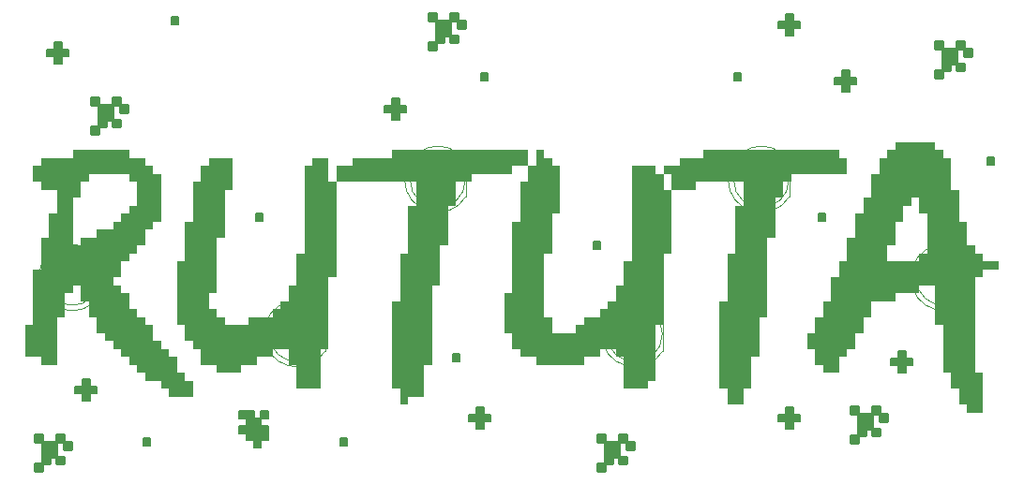
<source format=gbr>
%TF.GenerationSoftware,KiCad,Pcbnew,(6.0.1)*%
%TF.CreationDate,2022-02-03T11:52:21+01:00*%
%TF.ProjectId,ruetueta-pcb,72756574-7565-4746-912d-7063622e6b69,rev?*%
%TF.SameCoordinates,Original*%
%TF.FileFunction,Legend,Top*%
%TF.FilePolarity,Positive*%
%FSLAX46Y46*%
G04 Gerber Fmt 4.6, Leading zero omitted, Abs format (unit mm)*
G04 Created by KiCad (PCBNEW (6.0.1)) date 2022-02-03 11:52:21*
%MOMM*%
%LPD*%
G01*
G04 APERTURE LIST*
%ADD10C,0.150000*%
%ADD11C,0.264582*%
%ADD12C,0.120000*%
%ADD13C,0.132291*%
G04 APERTURE END LIST*
D10*
%TO.C,D2*%
X213891904Y-62832380D02*
X213891904Y-61832380D01*
X214130000Y-61832380D01*
X214272857Y-61880000D01*
X214368095Y-61975238D01*
X214415714Y-62070476D01*
X214463333Y-62260952D01*
X214463333Y-62403809D01*
X214415714Y-62594285D01*
X214368095Y-62689523D01*
X214272857Y-62784761D01*
X214130000Y-62832380D01*
X213891904Y-62832380D01*
X214844285Y-61927619D02*
X214891904Y-61880000D01*
X214987142Y-61832380D01*
X215225238Y-61832380D01*
X215320476Y-61880000D01*
X215368095Y-61927619D01*
X215415714Y-62022857D01*
X215415714Y-62118095D01*
X215368095Y-62260952D01*
X214796666Y-62832380D01*
X215415714Y-62832380D01*
%TO.C,REF\u002A\u002A*%
G36*
X234544681Y-49719149D02*
G01*
X234544681Y-47557447D01*
X235265249Y-47557447D01*
X235265249Y-46116313D01*
X235985816Y-46116313D01*
X235985816Y-43954610D01*
X236706383Y-43954610D01*
X236706383Y-42513476D01*
X237426951Y-42513476D01*
X237426951Y-41792908D01*
X238147518Y-41792908D01*
X238147518Y-41072341D01*
X241750355Y-41072341D01*
X241750355Y-41792908D01*
X242470922Y-41792908D01*
X242470922Y-42513476D01*
X243191490Y-42513476D01*
X243191490Y-45395745D01*
X243912057Y-45395745D01*
X243912057Y-48278015D01*
X244632625Y-48278015D01*
X244632625Y-50439717D01*
X245353192Y-50439717D01*
X245353192Y-51160284D01*
X246073759Y-51160284D01*
X246073759Y-51880852D01*
X247514894Y-51880852D01*
X247514894Y-52601419D01*
X246073759Y-52601419D01*
X246073759Y-53321986D01*
X245353192Y-53321986D01*
X245353192Y-61968795D01*
X246073759Y-61968795D01*
X246073759Y-65571632D01*
X244632625Y-65571632D01*
X244632625Y-64851064D01*
X243912057Y-64851064D01*
X243912057Y-63409930D01*
X243191490Y-63409930D01*
X243191490Y-61968795D01*
X242470922Y-61968795D01*
X242470922Y-57645391D01*
X241750355Y-57645391D01*
X241750355Y-54042554D01*
X240309220Y-54042554D01*
X240309220Y-54763121D01*
X238147518Y-54763121D01*
X238147518Y-55483688D01*
X235985816Y-55483688D01*
X235985816Y-56924823D01*
X235265249Y-56924823D01*
X235265249Y-58365958D01*
X234544681Y-58365958D01*
X234544681Y-59807093D01*
X233824114Y-59807093D01*
X233824114Y-60527660D01*
X233103547Y-60527660D01*
X233103547Y-61968795D01*
X231662412Y-61968795D01*
X231662412Y-61248227D01*
X230941844Y-61248227D01*
X230941844Y-59807093D01*
X230221277Y-59807093D01*
X230221277Y-58365958D01*
X230941844Y-58365958D01*
X230941844Y-56924823D01*
X231662412Y-56924823D01*
X231662412Y-55483688D01*
X232382979Y-55483688D01*
X232382979Y-53321986D01*
X233103547Y-53321986D01*
X233103547Y-51880852D01*
X233824114Y-51880852D01*
X237426951Y-51880852D01*
X240309220Y-51880852D01*
X240309220Y-51160284D01*
X241029788Y-51160284D01*
X241029788Y-47557447D01*
X240309220Y-47557447D01*
X240309220Y-46116313D01*
X239588653Y-46116313D01*
X239588653Y-46836880D01*
X238868086Y-46836880D01*
X238868086Y-48278015D01*
X238147518Y-48278015D01*
X238147518Y-50439717D01*
X237426951Y-50439717D01*
X237426951Y-51880852D01*
X233824114Y-51880852D01*
X233824114Y-49719149D01*
X234544681Y-49719149D01*
G37*
G36*
X205001419Y-43234043D02*
G01*
X203560284Y-43234043D01*
X203560284Y-43954610D01*
X199957447Y-43954610D01*
X199957447Y-44675178D01*
X198516313Y-44675178D01*
X198516313Y-46836880D01*
X197795745Y-46836880D01*
X197795745Y-50439717D01*
X197075178Y-50439717D01*
X197075178Y-54042554D01*
X196354610Y-54042554D01*
X196354610Y-61248227D01*
X195634043Y-61248227D01*
X195634043Y-64130497D01*
X194192908Y-64130497D01*
X194192908Y-64851064D01*
X193472341Y-64851064D01*
X193472341Y-63409930D01*
X192751774Y-63409930D01*
X192751774Y-55483688D01*
X193472341Y-55483688D01*
X193472341Y-51160284D01*
X194192908Y-51160284D01*
X194192908Y-46836880D01*
X194913476Y-46836880D01*
X194913476Y-44675178D01*
X187707802Y-44675178D01*
X187707802Y-43234043D01*
X189148937Y-43234043D01*
X189148937Y-42513476D01*
X192751774Y-42513476D01*
X192751774Y-41792908D01*
X205001419Y-41792908D01*
X205001419Y-43234043D01*
G37*
G36*
X178340426Y-45395745D02*
G01*
X177619859Y-45395745D01*
X177619859Y-49719149D01*
X176899291Y-49719149D01*
X176899291Y-54763121D01*
X176178724Y-54763121D01*
X176178724Y-56204256D01*
X176899291Y-56204256D01*
X176899291Y-56924823D01*
X177619859Y-56924823D01*
X177619859Y-57645391D01*
X179781561Y-57645391D01*
X179781561Y-56924823D01*
X181943263Y-56924823D01*
X181943263Y-56204256D01*
X182663830Y-56204256D01*
X182663830Y-55483688D01*
X183384398Y-55483688D01*
X183384398Y-54042554D01*
X184104965Y-54042554D01*
X184104965Y-51160284D01*
X184825532Y-51160284D01*
X184825532Y-43234043D01*
X185546100Y-43234043D01*
X185546100Y-42513476D01*
X186987235Y-42513476D01*
X186987235Y-44675178D01*
X187707802Y-44675178D01*
X187707802Y-53321986D01*
X186987235Y-53321986D01*
X186987235Y-59807093D01*
X186266667Y-59807093D01*
X186266667Y-63409930D01*
X184104965Y-63409930D01*
X184104965Y-61248227D01*
X183384398Y-61248227D01*
X183384398Y-59807093D01*
X181943263Y-59807093D01*
X181943263Y-60527660D01*
X180502128Y-60527660D01*
X180502128Y-61248227D01*
X179060993Y-61248227D01*
X179060993Y-61968795D01*
X176899291Y-61968795D01*
X176899291Y-61248227D01*
X175458157Y-61248227D01*
X175458157Y-59807093D01*
X174737589Y-59807093D01*
X174737589Y-59086525D01*
X174017022Y-59086525D01*
X174017022Y-57645391D01*
X173296454Y-57645391D01*
X173296454Y-51880852D01*
X174017022Y-51880852D01*
X174017022Y-48278015D01*
X174737589Y-48278015D01*
X174737589Y-44675178D01*
X175458157Y-44675178D01*
X175458157Y-43234043D01*
X176178724Y-43234043D01*
X176178724Y-42513476D01*
X178340426Y-42513476D01*
X178340426Y-45395745D01*
G37*
G36*
X161767376Y-49719149D02*
G01*
X161767376Y-47557447D01*
X162487944Y-47557447D01*
X162487944Y-45395745D01*
X161046809Y-45395745D01*
X161046809Y-44675178D01*
X160326242Y-44675178D01*
X160326242Y-43234043D01*
X161046809Y-43234043D01*
X161046809Y-42513476D01*
X163929079Y-42513476D01*
X163929079Y-41792908D01*
X168973050Y-41792908D01*
X168973050Y-42513476D01*
X170414185Y-42513476D01*
X170414185Y-43234043D01*
X171134752Y-43234043D01*
X171134752Y-43954610D01*
X171855320Y-43954610D01*
X171855320Y-48278015D01*
X171134752Y-48278015D01*
X171134752Y-48998582D01*
X170414185Y-48998582D01*
X170414185Y-50439717D01*
X169693618Y-50439717D01*
X169693618Y-51160284D01*
X168973050Y-51160284D01*
X168973050Y-51880852D01*
X168252483Y-51880852D01*
X168252483Y-53321986D01*
X167531915Y-53321986D01*
X167531915Y-54042554D01*
X168252483Y-54042554D01*
X168252483Y-54763121D01*
X168973050Y-54763121D01*
X168973050Y-56204256D01*
X169693618Y-56204256D01*
X169693618Y-56924823D01*
X170414185Y-56924823D01*
X170414185Y-57645391D01*
X171134752Y-57645391D01*
X171134752Y-59086525D01*
X171855320Y-59086525D01*
X171855320Y-59807093D01*
X172575887Y-59807093D01*
X172575887Y-60527660D01*
X173296454Y-60527660D01*
X173296454Y-61968795D01*
X174017022Y-61968795D01*
X174017022Y-62689362D01*
X174737589Y-62689362D01*
X174737589Y-64130497D01*
X172575887Y-64130497D01*
X172575887Y-63409930D01*
X171855320Y-63409930D01*
X171855320Y-62689362D01*
X170414185Y-62689362D01*
X170414185Y-61968795D01*
X169693618Y-61968795D01*
X169693618Y-61248227D01*
X168973050Y-61248227D01*
X168973050Y-60527660D01*
X168252483Y-60527660D01*
X168252483Y-59807093D01*
X167531915Y-59807093D01*
X167531915Y-59086525D01*
X166811348Y-59086525D01*
X166811348Y-58365958D01*
X166090781Y-58365958D01*
X166090781Y-56924823D01*
X165370213Y-56924823D01*
X165370213Y-55483688D01*
X164649646Y-55483688D01*
X164649646Y-54042554D01*
X163929079Y-54042554D01*
X163929079Y-54763121D01*
X163208511Y-54763121D01*
X163208511Y-56924823D01*
X162487944Y-56924823D01*
X162487944Y-61248227D01*
X161046809Y-61248227D01*
X161046809Y-60527660D01*
X159605674Y-60527660D01*
X159605674Y-57645391D01*
X160326242Y-57645391D01*
X160326242Y-52601419D01*
X161046809Y-52601419D01*
X161046809Y-50439717D01*
X163929079Y-50439717D01*
X164649646Y-50439717D01*
X164649646Y-49719149D01*
X166090781Y-49719149D01*
X166090781Y-48998582D01*
X167531915Y-48998582D01*
X167531915Y-48278015D01*
X168252483Y-48278015D01*
X168252483Y-47557447D01*
X168973050Y-47557447D01*
X168973050Y-46836880D01*
X169693618Y-46836880D01*
X169693618Y-44675178D01*
X168973050Y-44675178D01*
X168973050Y-43954610D01*
X165370213Y-43954610D01*
X165370213Y-44675178D01*
X164649646Y-44675178D01*
X164649646Y-46116313D01*
X163929079Y-46116313D01*
X163929079Y-50439717D01*
X161046809Y-50439717D01*
X161046809Y-49719149D01*
X161767376Y-49719149D01*
G37*
G36*
X216530497Y-43234043D02*
G01*
X216530497Y-43954610D01*
X217251064Y-43954610D01*
X217251064Y-43234043D01*
X218692199Y-43234043D01*
X218692199Y-42513476D01*
X220853901Y-42513476D01*
X220853901Y-41792908D01*
X233103547Y-41792908D01*
X233103547Y-42513476D01*
X233824114Y-42513476D01*
X233824114Y-43954610D01*
X228780142Y-43954610D01*
X228780142Y-44675178D01*
X228059575Y-44675178D01*
X228059575Y-46116313D01*
X227339008Y-46116313D01*
X227339008Y-49719149D01*
X226618440Y-49719149D01*
X226618440Y-56924823D01*
X225897873Y-56924823D01*
X225897873Y-60527660D01*
X225177305Y-60527660D01*
X225177305Y-63409930D01*
X224456738Y-63409930D01*
X224456738Y-64851064D01*
X223015603Y-64851064D01*
X223015603Y-63409930D01*
X222295036Y-63409930D01*
X222295036Y-55483688D01*
X223015603Y-55483688D01*
X223015603Y-51160284D01*
X223736171Y-51160284D01*
X223736171Y-46836880D01*
X224456738Y-46836880D01*
X224456738Y-44675178D01*
X220133334Y-44675178D01*
X220133334Y-45395745D01*
X217971632Y-45395745D01*
X217971632Y-51160284D01*
X217251064Y-51160284D01*
X217251064Y-57645391D01*
X216530497Y-57645391D01*
X216530497Y-62689362D01*
X215809930Y-62689362D01*
X215809930Y-63409930D01*
X213648227Y-63409930D01*
X213648227Y-60527660D01*
X212927660Y-60527660D01*
X212927660Y-59807093D01*
X211486525Y-59807093D01*
X211486525Y-60527660D01*
X210045391Y-60527660D01*
X210045391Y-61248227D01*
X205721986Y-61248227D01*
X205721986Y-60527660D01*
X204280852Y-60527660D01*
X204280852Y-59807093D01*
X203560284Y-59807093D01*
X203560284Y-58365958D01*
X202839717Y-58365958D01*
X202839717Y-54763121D01*
X203560284Y-54763121D01*
X203560284Y-48278015D01*
X204280852Y-48278015D01*
X204280852Y-44675178D01*
X205001419Y-44675178D01*
X205001419Y-43234043D01*
X205721986Y-43234043D01*
X205721986Y-41792908D01*
X206442554Y-41792908D01*
X206442554Y-42513476D01*
X207163121Y-42513476D01*
X207163121Y-43234043D01*
X207883688Y-43234043D01*
X207883688Y-47557447D01*
X207163121Y-47557447D01*
X207163121Y-51160284D01*
X206442554Y-51160284D01*
X206442554Y-56924823D01*
X207163121Y-56924823D01*
X207163121Y-58365958D01*
X209324823Y-58365958D01*
X209324823Y-57645391D01*
X210045391Y-57645391D01*
X210045391Y-56924823D01*
X211486525Y-56924823D01*
X211486525Y-56204256D01*
X212207093Y-56204256D01*
X212207093Y-55483688D01*
X212927660Y-55483688D01*
X212927660Y-54042554D01*
X213648227Y-54042554D01*
X213648227Y-51880852D01*
X214368795Y-51880852D01*
X214368795Y-45395745D01*
X217251064Y-45395745D01*
X217971632Y-45395745D01*
X217971632Y-43954610D01*
X217251064Y-43954610D01*
X217251064Y-45395745D01*
X214368795Y-45395745D01*
X214368795Y-43234043D01*
X216530497Y-43234043D01*
G37*
D11*
X234126024Y-64988843D02*
X234126024Y-65650301D01*
X234126024Y-65650301D02*
X234787482Y-65650301D01*
X234787482Y-65650301D02*
X234787482Y-64988843D01*
X234787482Y-64988843D02*
X234126024Y-64988843D01*
X234126024Y-64988843D02*
X234126024Y-64988843D01*
G36*
X234787482Y-65650301D02*
G01*
X234126024Y-65650301D01*
X234126024Y-64988843D01*
X234787482Y-64988843D01*
X234787482Y-65650301D01*
G37*
X234787482Y-65650301D02*
X234126024Y-65650301D01*
X234126024Y-64988843D01*
X234787482Y-64988843D01*
X234787482Y-65650301D01*
X236110399Y-66973218D02*
X236110399Y-67634676D01*
X236110399Y-67634676D02*
X236771857Y-67634676D01*
X236771857Y-67634676D02*
X236771857Y-66973218D01*
X236771857Y-66973218D02*
X236110399Y-66973218D01*
X236110399Y-66973218D02*
X236110399Y-66973218D01*
G36*
X236771857Y-67634676D02*
G01*
X236110399Y-67634676D01*
X236110399Y-66973218D01*
X236771857Y-66973218D01*
X236771857Y-67634676D01*
G37*
X236771857Y-67634676D02*
X236110399Y-67634676D01*
X236110399Y-66973218D01*
X236771857Y-66973218D01*
X236771857Y-67634676D01*
X236110399Y-65650301D02*
X236771857Y-65650301D01*
X236771857Y-65650301D02*
X236771857Y-64988843D01*
X236771857Y-64988843D02*
X236110399Y-64988843D01*
X236110399Y-64988843D02*
X236110399Y-65650301D01*
X236110399Y-65650301D02*
X236110399Y-65650301D01*
G36*
X236771857Y-65650301D02*
G01*
X236110399Y-65650301D01*
X236110399Y-64988843D01*
X236771857Y-64988843D01*
X236771857Y-65650301D01*
G37*
X236771857Y-65650301D02*
X236110399Y-65650301D01*
X236110399Y-64988843D01*
X236771857Y-64988843D01*
X236771857Y-65650301D01*
X234787482Y-67634676D02*
X234126024Y-67634676D01*
X234126024Y-67634676D02*
X234126024Y-68296135D01*
X234126024Y-68296135D02*
X234787482Y-68296135D01*
X234787482Y-68296135D02*
X234787482Y-67634676D01*
X234787482Y-67634676D02*
X234787482Y-67634676D01*
G36*
X234787482Y-68296135D02*
G01*
X234126024Y-68296135D01*
X234126024Y-67634676D01*
X234787482Y-67634676D01*
X234787482Y-68296135D01*
G37*
X234787482Y-68296135D02*
X234126024Y-68296135D01*
X234126024Y-67634676D01*
X234787482Y-67634676D01*
X234787482Y-68296135D01*
X234787482Y-65650301D02*
X234787482Y-66973218D01*
X234787482Y-66973218D02*
X234787482Y-67634676D01*
X234787482Y-67634676D02*
X235448941Y-67634676D01*
X235448941Y-67634676D02*
X235448941Y-66973218D01*
X235448941Y-66973218D02*
X236110399Y-66973218D01*
X236110399Y-66973218D02*
X236110399Y-66311760D01*
X236110399Y-66311760D02*
X236110399Y-65650301D01*
X236110399Y-65650301D02*
X234787482Y-65650301D01*
X234787482Y-65650301D02*
X234787482Y-65650301D01*
G36*
X236110399Y-66973218D02*
G01*
X235448941Y-66973218D01*
X235448941Y-67634676D01*
X234787482Y-67634676D01*
X234787482Y-65650301D01*
X236110399Y-65650301D01*
X236110399Y-66973218D01*
G37*
X236110399Y-66973218D02*
X235448941Y-66973218D01*
X235448941Y-67634676D01*
X234787482Y-67634676D01*
X234787482Y-65650301D01*
X236110399Y-65650301D01*
X236110399Y-66973218D01*
X236771857Y-65650301D02*
X236771857Y-66311760D01*
X236771857Y-66311760D02*
X237433316Y-66311760D01*
X237433316Y-66311760D02*
X237433316Y-65650301D01*
X237433316Y-65650301D02*
X236771857Y-65650301D01*
X236771857Y-65650301D02*
X236771857Y-65650301D01*
G36*
X237433316Y-66311760D02*
G01*
X236771857Y-66311760D01*
X236771857Y-65650301D01*
X237433316Y-65650301D01*
X237433316Y-66311760D01*
G37*
X237433316Y-66311760D02*
X236771857Y-66311760D01*
X236771857Y-65650301D01*
X237433316Y-65650301D01*
X237433316Y-66311760D01*
D12*
%TO.C,D2*%
X217190000Y-59965000D02*
X217190000Y-56875000D01*
X211640000Y-58419538D02*
G75*
G03*
X217190000Y-59964830I2990000J-462D01*
G01*
X217190000Y-56875170D02*
G75*
G03*
X211640000Y-58420462I-2560000J-1544830D01*
G01*
X217130000Y-58420000D02*
G75*
G03*
X217130000Y-58420000I-2500000J0D01*
G01*
%TO.C,D5*%
X199410000Y-45995000D02*
X199410000Y-42905000D01*
X193860000Y-44449538D02*
G75*
G03*
X199410000Y-45994830I2990000J-462D01*
G01*
X199410000Y-42905170D02*
G75*
G03*
X193860000Y-44450462I-2560000J-1544830D01*
G01*
X199350000Y-44450000D02*
G75*
G03*
X199350000Y-44450000I-2500000J0D01*
G01*
%TO.C,D1*%
X166390000Y-54885000D02*
X166390000Y-51795000D01*
X160840000Y-53339538D02*
G75*
G03*
X166390000Y-54884830I2990000J-462D01*
G01*
X166390000Y-51795170D02*
G75*
G03*
X160840000Y-53340462I-2560000J-1544830D01*
G01*
X166330000Y-53340000D02*
G75*
G03*
X166330000Y-53340000I-2500000J0D01*
G01*
D11*
%TO.C,REF\u002A\u002A*%
X165546024Y-37048843D02*
X165546024Y-37710301D01*
X165546024Y-37710301D02*
X166207482Y-37710301D01*
X166207482Y-37710301D02*
X166207482Y-37048843D01*
X166207482Y-37048843D02*
X165546024Y-37048843D01*
X165546024Y-37048843D02*
X165546024Y-37048843D01*
G36*
X166207482Y-37710301D02*
G01*
X165546024Y-37710301D01*
X165546024Y-37048843D01*
X166207482Y-37048843D01*
X166207482Y-37710301D01*
G37*
X166207482Y-37710301D02*
X165546024Y-37710301D01*
X165546024Y-37048843D01*
X166207482Y-37048843D01*
X166207482Y-37710301D01*
X167530399Y-39033218D02*
X167530399Y-39694676D01*
X167530399Y-39694676D02*
X168191857Y-39694676D01*
X168191857Y-39694676D02*
X168191857Y-39033218D01*
X168191857Y-39033218D02*
X167530399Y-39033218D01*
X167530399Y-39033218D02*
X167530399Y-39033218D01*
G36*
X168191857Y-39694676D02*
G01*
X167530399Y-39694676D01*
X167530399Y-39033218D01*
X168191857Y-39033218D01*
X168191857Y-39694676D01*
G37*
X168191857Y-39694676D02*
X167530399Y-39694676D01*
X167530399Y-39033218D01*
X168191857Y-39033218D01*
X168191857Y-39694676D01*
X167530399Y-37710301D02*
X168191857Y-37710301D01*
X168191857Y-37710301D02*
X168191857Y-37048843D01*
X168191857Y-37048843D02*
X167530399Y-37048843D01*
X167530399Y-37048843D02*
X167530399Y-37710301D01*
X167530399Y-37710301D02*
X167530399Y-37710301D01*
G36*
X168191857Y-37710301D02*
G01*
X167530399Y-37710301D01*
X167530399Y-37048843D01*
X168191857Y-37048843D01*
X168191857Y-37710301D01*
G37*
X168191857Y-37710301D02*
X167530399Y-37710301D01*
X167530399Y-37048843D01*
X168191857Y-37048843D01*
X168191857Y-37710301D01*
X166207482Y-39694676D02*
X165546024Y-39694676D01*
X165546024Y-39694676D02*
X165546024Y-40356135D01*
X165546024Y-40356135D02*
X166207482Y-40356135D01*
X166207482Y-40356135D02*
X166207482Y-39694676D01*
X166207482Y-39694676D02*
X166207482Y-39694676D01*
G36*
X166207482Y-40356135D02*
G01*
X165546024Y-40356135D01*
X165546024Y-39694676D01*
X166207482Y-39694676D01*
X166207482Y-40356135D01*
G37*
X166207482Y-40356135D02*
X165546024Y-40356135D01*
X165546024Y-39694676D01*
X166207482Y-39694676D01*
X166207482Y-40356135D01*
X166207482Y-37710301D02*
X166207482Y-39033218D01*
X166207482Y-39033218D02*
X166207482Y-39694676D01*
X166207482Y-39694676D02*
X166868941Y-39694676D01*
X166868941Y-39694676D02*
X166868941Y-39033218D01*
X166868941Y-39033218D02*
X167530399Y-39033218D01*
X167530399Y-39033218D02*
X167530399Y-38371760D01*
X167530399Y-38371760D02*
X167530399Y-37710301D01*
X167530399Y-37710301D02*
X166207482Y-37710301D01*
X166207482Y-37710301D02*
X166207482Y-37710301D01*
G36*
X167530399Y-39033218D02*
G01*
X166868941Y-39033218D01*
X166868941Y-39694676D01*
X166207482Y-39694676D01*
X166207482Y-37710301D01*
X167530399Y-37710301D01*
X167530399Y-39033218D01*
G37*
X167530399Y-39033218D02*
X166868941Y-39033218D01*
X166868941Y-39694676D01*
X166207482Y-39694676D01*
X166207482Y-37710301D01*
X167530399Y-37710301D01*
X167530399Y-39033218D01*
X168191857Y-37710301D02*
X168191857Y-38371760D01*
X168191857Y-38371760D02*
X168853316Y-38371760D01*
X168853316Y-38371760D02*
X168853316Y-37710301D01*
X168853316Y-37710301D02*
X168191857Y-37710301D01*
X168191857Y-37710301D02*
X168191857Y-37710301D01*
G36*
X168853316Y-38371760D02*
G01*
X168191857Y-38371760D01*
X168191857Y-37710301D01*
X168853316Y-37710301D01*
X168853316Y-38371760D01*
G37*
X168853316Y-38371760D02*
X168191857Y-38371760D01*
X168191857Y-37710301D01*
X168853316Y-37710301D01*
X168853316Y-38371760D01*
D12*
%TO.C,D3*%
X186710000Y-59965000D02*
X186710000Y-56875000D01*
X181160000Y-58419538D02*
G75*
G03*
X186710000Y-59964830I2990000J-462D01*
G01*
X186710000Y-56875170D02*
G75*
G03*
X181160000Y-58420462I-2560000J-1544830D01*
G01*
X186650000Y-58420000D02*
G75*
G03*
X186650000Y-58420000I-2500000J0D01*
G01*
D13*
%TO.C,REF\u002A\u002A*%
X231206321Y-47533856D02*
X231867779Y-47533856D01*
X231867779Y-47533856D02*
X231867779Y-48195314D01*
X231867779Y-48195314D02*
X231206321Y-48195314D01*
X231206321Y-48195314D02*
X231206321Y-47533856D01*
X231206321Y-47533856D02*
X231206321Y-47533856D01*
G36*
X231867779Y-48195314D02*
G01*
X231206321Y-48195314D01*
X231206321Y-47533856D01*
X231867779Y-47533856D01*
X231867779Y-48195314D01*
G37*
X231867779Y-48195314D02*
X231206321Y-48195314D01*
X231206321Y-47533856D01*
X231867779Y-47533856D01*
X231867779Y-48195314D01*
D11*
X241746024Y-31968843D02*
X241746024Y-32630301D01*
X241746024Y-32630301D02*
X242407482Y-32630301D01*
X242407482Y-32630301D02*
X242407482Y-31968843D01*
X242407482Y-31968843D02*
X241746024Y-31968843D01*
X241746024Y-31968843D02*
X241746024Y-31968843D01*
G36*
X242407482Y-32630301D02*
G01*
X241746024Y-32630301D01*
X241746024Y-31968843D01*
X242407482Y-31968843D01*
X242407482Y-32630301D01*
G37*
X242407482Y-32630301D02*
X241746024Y-32630301D01*
X241746024Y-31968843D01*
X242407482Y-31968843D01*
X242407482Y-32630301D01*
X243730399Y-33953218D02*
X243730399Y-34614676D01*
X243730399Y-34614676D02*
X244391857Y-34614676D01*
X244391857Y-34614676D02*
X244391857Y-33953218D01*
X244391857Y-33953218D02*
X243730399Y-33953218D01*
X243730399Y-33953218D02*
X243730399Y-33953218D01*
G36*
X244391857Y-34614676D02*
G01*
X243730399Y-34614676D01*
X243730399Y-33953218D01*
X244391857Y-33953218D01*
X244391857Y-34614676D01*
G37*
X244391857Y-34614676D02*
X243730399Y-34614676D01*
X243730399Y-33953218D01*
X244391857Y-33953218D01*
X244391857Y-34614676D01*
X243730399Y-32630301D02*
X244391857Y-32630301D01*
X244391857Y-32630301D02*
X244391857Y-31968843D01*
X244391857Y-31968843D02*
X243730399Y-31968843D01*
X243730399Y-31968843D02*
X243730399Y-32630301D01*
X243730399Y-32630301D02*
X243730399Y-32630301D01*
G36*
X244391857Y-32630301D02*
G01*
X243730399Y-32630301D01*
X243730399Y-31968843D01*
X244391857Y-31968843D01*
X244391857Y-32630301D01*
G37*
X244391857Y-32630301D02*
X243730399Y-32630301D01*
X243730399Y-31968843D01*
X244391857Y-31968843D01*
X244391857Y-32630301D01*
X242407482Y-34614676D02*
X241746024Y-34614676D01*
X241746024Y-34614676D02*
X241746024Y-35276135D01*
X241746024Y-35276135D02*
X242407482Y-35276135D01*
X242407482Y-35276135D02*
X242407482Y-34614676D01*
X242407482Y-34614676D02*
X242407482Y-34614676D01*
G36*
X242407482Y-35276135D02*
G01*
X241746024Y-35276135D01*
X241746024Y-34614676D01*
X242407482Y-34614676D01*
X242407482Y-35276135D01*
G37*
X242407482Y-35276135D02*
X241746024Y-35276135D01*
X241746024Y-34614676D01*
X242407482Y-34614676D01*
X242407482Y-35276135D01*
X242407482Y-32630301D02*
X242407482Y-33953218D01*
X242407482Y-33953218D02*
X242407482Y-34614676D01*
X242407482Y-34614676D02*
X243068941Y-34614676D01*
X243068941Y-34614676D02*
X243068941Y-33953218D01*
X243068941Y-33953218D02*
X243730399Y-33953218D01*
X243730399Y-33953218D02*
X243730399Y-33291760D01*
X243730399Y-33291760D02*
X243730399Y-32630301D01*
X243730399Y-32630301D02*
X242407482Y-32630301D01*
X242407482Y-32630301D02*
X242407482Y-32630301D01*
G36*
X243730399Y-33953218D02*
G01*
X243068941Y-33953218D01*
X243068941Y-34614676D01*
X242407482Y-34614676D01*
X242407482Y-32630301D01*
X243730399Y-32630301D01*
X243730399Y-33953218D01*
G37*
X243730399Y-33953218D02*
X243068941Y-33953218D01*
X243068941Y-34614676D01*
X242407482Y-34614676D01*
X242407482Y-32630301D01*
X243730399Y-32630301D01*
X243730399Y-33953218D01*
X244391857Y-32630301D02*
X244391857Y-33291760D01*
X244391857Y-33291760D02*
X245053316Y-33291760D01*
X245053316Y-33291760D02*
X245053316Y-32630301D01*
X245053316Y-32630301D02*
X244391857Y-32630301D01*
X244391857Y-32630301D02*
X244391857Y-32630301D01*
G36*
X245053316Y-33291760D02*
G01*
X244391857Y-33291760D01*
X244391857Y-32630301D01*
X245053316Y-32630301D01*
X245053316Y-33291760D01*
G37*
X245053316Y-33291760D02*
X244391857Y-33291760D01*
X244391857Y-32630301D01*
X245053316Y-32630301D01*
X245053316Y-33291760D01*
X196026024Y-29428843D02*
X196026024Y-30090301D01*
X196026024Y-30090301D02*
X196687482Y-30090301D01*
X196687482Y-30090301D02*
X196687482Y-29428843D01*
X196687482Y-29428843D02*
X196026024Y-29428843D01*
X196026024Y-29428843D02*
X196026024Y-29428843D01*
G36*
X196687482Y-30090301D02*
G01*
X196026024Y-30090301D01*
X196026024Y-29428843D01*
X196687482Y-29428843D01*
X196687482Y-30090301D01*
G37*
X196687482Y-30090301D02*
X196026024Y-30090301D01*
X196026024Y-29428843D01*
X196687482Y-29428843D01*
X196687482Y-30090301D01*
X198010399Y-31413218D02*
X198010399Y-32074676D01*
X198010399Y-32074676D02*
X198671857Y-32074676D01*
X198671857Y-32074676D02*
X198671857Y-31413218D01*
X198671857Y-31413218D02*
X198010399Y-31413218D01*
X198010399Y-31413218D02*
X198010399Y-31413218D01*
G36*
X198671857Y-32074676D02*
G01*
X198010399Y-32074676D01*
X198010399Y-31413218D01*
X198671857Y-31413218D01*
X198671857Y-32074676D01*
G37*
X198671857Y-32074676D02*
X198010399Y-32074676D01*
X198010399Y-31413218D01*
X198671857Y-31413218D01*
X198671857Y-32074676D01*
X198010399Y-30090301D02*
X198671857Y-30090301D01*
X198671857Y-30090301D02*
X198671857Y-29428843D01*
X198671857Y-29428843D02*
X198010399Y-29428843D01*
X198010399Y-29428843D02*
X198010399Y-30090301D01*
X198010399Y-30090301D02*
X198010399Y-30090301D01*
G36*
X198671857Y-30090301D02*
G01*
X198010399Y-30090301D01*
X198010399Y-29428843D01*
X198671857Y-29428843D01*
X198671857Y-30090301D01*
G37*
X198671857Y-30090301D02*
X198010399Y-30090301D01*
X198010399Y-29428843D01*
X198671857Y-29428843D01*
X198671857Y-30090301D01*
X196687482Y-32074676D02*
X196026024Y-32074676D01*
X196026024Y-32074676D02*
X196026024Y-32736135D01*
X196026024Y-32736135D02*
X196687482Y-32736135D01*
X196687482Y-32736135D02*
X196687482Y-32074676D01*
X196687482Y-32074676D02*
X196687482Y-32074676D01*
G36*
X196687482Y-32736135D02*
G01*
X196026024Y-32736135D01*
X196026024Y-32074676D01*
X196687482Y-32074676D01*
X196687482Y-32736135D01*
G37*
X196687482Y-32736135D02*
X196026024Y-32736135D01*
X196026024Y-32074676D01*
X196687482Y-32074676D01*
X196687482Y-32736135D01*
X196687482Y-30090301D02*
X196687482Y-31413218D01*
X196687482Y-31413218D02*
X196687482Y-32074676D01*
X196687482Y-32074676D02*
X197348941Y-32074676D01*
X197348941Y-32074676D02*
X197348941Y-31413218D01*
X197348941Y-31413218D02*
X198010399Y-31413218D01*
X198010399Y-31413218D02*
X198010399Y-30751760D01*
X198010399Y-30751760D02*
X198010399Y-30090301D01*
X198010399Y-30090301D02*
X196687482Y-30090301D01*
X196687482Y-30090301D02*
X196687482Y-30090301D01*
G36*
X198010399Y-31413218D02*
G01*
X197348941Y-31413218D01*
X197348941Y-32074676D01*
X196687482Y-32074676D01*
X196687482Y-30090301D01*
X198010399Y-30090301D01*
X198010399Y-31413218D01*
G37*
X198010399Y-31413218D02*
X197348941Y-31413218D01*
X197348941Y-32074676D01*
X196687482Y-32074676D01*
X196687482Y-30090301D01*
X198010399Y-30090301D01*
X198010399Y-31413218D01*
X198671857Y-30090301D02*
X198671857Y-30751760D01*
X198671857Y-30751760D02*
X199333316Y-30751760D01*
X199333316Y-30751760D02*
X199333316Y-30090301D01*
X199333316Y-30090301D02*
X198671857Y-30090301D01*
X198671857Y-30090301D02*
X198671857Y-30090301D01*
G36*
X199333316Y-30751760D02*
G01*
X198671857Y-30751760D01*
X198671857Y-30090301D01*
X199333316Y-30090301D01*
X199333316Y-30751760D01*
G37*
X199333316Y-30751760D02*
X198671857Y-30751760D01*
X198671857Y-30090301D01*
X199333316Y-30090301D01*
X199333316Y-30751760D01*
D13*
X246446321Y-42453856D02*
X247107779Y-42453856D01*
X247107779Y-42453856D02*
X247107779Y-43115314D01*
X247107779Y-43115314D02*
X246446321Y-43115314D01*
X246446321Y-43115314D02*
X246446321Y-42453856D01*
X246446321Y-42453856D02*
X246446321Y-42453856D01*
G36*
X247107779Y-43115314D02*
G01*
X246446321Y-43115314D01*
X246446321Y-42453856D01*
X247107779Y-42453856D01*
X247107779Y-43115314D01*
G37*
X247107779Y-43115314D02*
X246446321Y-43115314D01*
X246446321Y-42453856D01*
X247107779Y-42453856D01*
X247107779Y-43115314D01*
X223586321Y-34833856D02*
X224247779Y-34833856D01*
X224247779Y-34833856D02*
X224247779Y-35495314D01*
X224247779Y-35495314D02*
X223586321Y-35495314D01*
X223586321Y-35495314D02*
X223586321Y-34833856D01*
X223586321Y-34833856D02*
X223586321Y-34833856D01*
G36*
X224247779Y-35495314D02*
G01*
X223586321Y-35495314D01*
X223586321Y-34833856D01*
X224247779Y-34833856D01*
X224247779Y-35495314D01*
G37*
X224247779Y-35495314D02*
X223586321Y-35495314D01*
X223586321Y-34833856D01*
X224247779Y-34833856D01*
X224247779Y-35495314D01*
X198186321Y-60233856D02*
X198847779Y-60233856D01*
X198847779Y-60233856D02*
X198847779Y-60895314D01*
X198847779Y-60895314D02*
X198186321Y-60895314D01*
X198186321Y-60895314D02*
X198186321Y-60233856D01*
X198186321Y-60233856D02*
X198186321Y-60233856D01*
G36*
X198847779Y-60895314D02*
G01*
X198186321Y-60895314D01*
X198186321Y-60233856D01*
X198847779Y-60233856D01*
X198847779Y-60895314D01*
G37*
X198847779Y-60895314D02*
X198186321Y-60895314D01*
X198186321Y-60233856D01*
X198847779Y-60233856D01*
X198847779Y-60895314D01*
X200726321Y-34833856D02*
X201387779Y-34833856D01*
X201387779Y-34833856D02*
X201387779Y-35495314D01*
X201387779Y-35495314D02*
X200726321Y-35495314D01*
X200726321Y-35495314D02*
X200726321Y-34833856D01*
X200726321Y-34833856D02*
X200726321Y-34833856D01*
G36*
X201387779Y-35495314D02*
G01*
X200726321Y-35495314D01*
X200726321Y-34833856D01*
X201387779Y-34833856D01*
X201387779Y-35495314D01*
G37*
X201387779Y-35495314D02*
X200726321Y-35495314D01*
X200726321Y-34833856D01*
X201387779Y-34833856D01*
X201387779Y-35495314D01*
X178915817Y-65427911D02*
X180238734Y-65427911D01*
X180238734Y-65427911D02*
X180238734Y-66089369D01*
X180238734Y-66089369D02*
X178915817Y-66089369D01*
X178915817Y-66089369D02*
X178915817Y-65427911D01*
X178915817Y-65427911D02*
X178915817Y-65427911D01*
G36*
X180238734Y-66089369D02*
G01*
X178915817Y-66089369D01*
X178915817Y-65427911D01*
X180238734Y-65427911D01*
X180238734Y-66089369D01*
G37*
X180238734Y-66089369D02*
X178915817Y-66089369D01*
X178915817Y-65427911D01*
X180238734Y-65427911D01*
X180238734Y-66089369D01*
X180238734Y-67412286D02*
X180900192Y-67412286D01*
X180900192Y-67412286D02*
X180900192Y-68735203D01*
X180900192Y-68735203D02*
X180238734Y-68735203D01*
X180238734Y-68735203D02*
X180238734Y-67412286D01*
X180238734Y-67412286D02*
X180238734Y-67412286D01*
G36*
X180900192Y-68735203D02*
G01*
X180238734Y-68735203D01*
X180238734Y-67412286D01*
X180900192Y-67412286D01*
X180900192Y-68735203D01*
G37*
X180900192Y-68735203D02*
X180238734Y-68735203D01*
X180238734Y-67412286D01*
X180900192Y-67412286D01*
X180900192Y-68735203D01*
X180900192Y-65427911D02*
X181561651Y-65427911D01*
X181561651Y-65427911D02*
X181561651Y-66089369D01*
X181561651Y-66089369D02*
X180900192Y-66089369D01*
X180900192Y-66089369D02*
X180900192Y-65427911D01*
X180900192Y-65427911D02*
X180900192Y-65427911D01*
G36*
X181561651Y-66089369D02*
G01*
X180900192Y-66089369D01*
X180900192Y-65427911D01*
X181561651Y-65427911D01*
X181561651Y-66089369D01*
G37*
X181561651Y-66089369D02*
X180900192Y-66089369D01*
X180900192Y-65427911D01*
X181561651Y-65427911D01*
X181561651Y-66089369D01*
X180900192Y-66750828D02*
X181561651Y-66750828D01*
X181561651Y-66750828D02*
X181561651Y-68073744D01*
X181561651Y-68073744D02*
X180900192Y-68073744D01*
X180900192Y-68073744D02*
X180900192Y-66750828D01*
X180900192Y-66750828D02*
X180900192Y-66750828D01*
G36*
X181561651Y-68073744D02*
G01*
X180900192Y-68073744D01*
X180900192Y-66750828D01*
X181561651Y-66750828D01*
X181561651Y-68073744D01*
G37*
X181561651Y-68073744D02*
X180900192Y-68073744D01*
X180900192Y-66750828D01*
X181561651Y-66750828D01*
X181561651Y-68073744D01*
X179577276Y-66089369D02*
X180900192Y-66089369D01*
X180900192Y-66089369D02*
X180900192Y-67412286D01*
X180900192Y-67412286D02*
X179577276Y-67412286D01*
X179577276Y-67412286D02*
X179577276Y-66089369D01*
X179577276Y-66089369D02*
X179577276Y-66089369D01*
G36*
X180900192Y-67412286D02*
G01*
X179577276Y-67412286D01*
X179577276Y-66089369D01*
X180900192Y-66089369D01*
X180900192Y-67412286D01*
G37*
X180900192Y-67412286D02*
X179577276Y-67412286D01*
X179577276Y-66089369D01*
X180900192Y-66089369D01*
X180900192Y-67412286D01*
X178915817Y-66750828D02*
X179577276Y-66750828D01*
X179577276Y-66750828D02*
X179577276Y-67412286D01*
X179577276Y-67412286D02*
X178915817Y-67412286D01*
X178915817Y-67412286D02*
X178915817Y-66750828D01*
X178915817Y-66750828D02*
X178915817Y-66750828D01*
G36*
X179577276Y-67412286D02*
G01*
X178915817Y-67412286D01*
X178915817Y-66750828D01*
X179577276Y-66750828D01*
X179577276Y-67412286D01*
G37*
X179577276Y-67412286D02*
X178915817Y-67412286D01*
X178915817Y-66750828D01*
X179577276Y-66750828D01*
X179577276Y-67412286D01*
X179577276Y-67412286D02*
X180238734Y-67412286D01*
X180238734Y-67412286D02*
X180238734Y-68073744D01*
X180238734Y-68073744D02*
X179577276Y-68073744D01*
X179577276Y-68073744D02*
X179577276Y-67412286D01*
X179577276Y-67412286D02*
X179577276Y-67412286D01*
G36*
X180238734Y-68073744D02*
G01*
X179577276Y-68073744D01*
X179577276Y-67412286D01*
X180238734Y-67412286D01*
X180238734Y-68073744D01*
G37*
X180238734Y-68073744D02*
X179577276Y-68073744D01*
X179577276Y-67412286D01*
X180238734Y-67412286D01*
X180238734Y-68073744D01*
D12*
%TO.C,D4*%
X228620000Y-45995000D02*
X228620000Y-42905000D01*
X223070000Y-44449538D02*
G75*
G03*
X228620000Y-45994830I2990000J-462D01*
G01*
X228620000Y-42905170D02*
G75*
G03*
X223070000Y-44450462I-2560000J-1544830D01*
G01*
X228560000Y-44450000D02*
G75*
G03*
X228560000Y-44450000I-2500000J0D01*
G01*
D13*
%TO.C,REF\u002A\u002A*%
X172786321Y-29753856D02*
X173447779Y-29753856D01*
X173447779Y-29753856D02*
X173447779Y-30415314D01*
X173447779Y-30415314D02*
X172786321Y-30415314D01*
X172786321Y-30415314D02*
X172786321Y-29753856D01*
X172786321Y-29753856D02*
X172786321Y-29753856D01*
G36*
X173447779Y-30415314D02*
G01*
X172786321Y-30415314D01*
X172786321Y-29753856D01*
X173447779Y-29753856D01*
X173447779Y-30415314D01*
G37*
X173447779Y-30415314D02*
X172786321Y-30415314D01*
X172786321Y-29753856D01*
X173447779Y-29753856D01*
X173447779Y-30415314D01*
X180406321Y-47533856D02*
X181067779Y-47533856D01*
X181067779Y-47533856D02*
X181067779Y-48195314D01*
X181067779Y-48195314D02*
X180406321Y-48195314D01*
X180406321Y-48195314D02*
X180406321Y-47533856D01*
X180406321Y-47533856D02*
X180406321Y-47533856D01*
G36*
X181067779Y-48195314D02*
G01*
X180406321Y-48195314D01*
X180406321Y-47533856D01*
X181067779Y-47533856D01*
X181067779Y-48195314D01*
G37*
X181067779Y-48195314D02*
X180406321Y-48195314D01*
X180406321Y-47533856D01*
X181067779Y-47533856D01*
X181067779Y-48195314D01*
D11*
X211266024Y-67528843D02*
X211266024Y-68190301D01*
X211266024Y-68190301D02*
X211927482Y-68190301D01*
X211927482Y-68190301D02*
X211927482Y-67528843D01*
X211927482Y-67528843D02*
X211266024Y-67528843D01*
X211266024Y-67528843D02*
X211266024Y-67528843D01*
G36*
X211927482Y-68190301D02*
G01*
X211266024Y-68190301D01*
X211266024Y-67528843D01*
X211927482Y-67528843D01*
X211927482Y-68190301D01*
G37*
X211927482Y-68190301D02*
X211266024Y-68190301D01*
X211266024Y-67528843D01*
X211927482Y-67528843D01*
X211927482Y-68190301D01*
X213250399Y-69513218D02*
X213250399Y-70174676D01*
X213250399Y-70174676D02*
X213911857Y-70174676D01*
X213911857Y-70174676D02*
X213911857Y-69513218D01*
X213911857Y-69513218D02*
X213250399Y-69513218D01*
X213250399Y-69513218D02*
X213250399Y-69513218D01*
G36*
X213911857Y-70174676D02*
G01*
X213250399Y-70174676D01*
X213250399Y-69513218D01*
X213911857Y-69513218D01*
X213911857Y-70174676D01*
G37*
X213911857Y-70174676D02*
X213250399Y-70174676D01*
X213250399Y-69513218D01*
X213911857Y-69513218D01*
X213911857Y-70174676D01*
X213250399Y-68190301D02*
X213911857Y-68190301D01*
X213911857Y-68190301D02*
X213911857Y-67528843D01*
X213911857Y-67528843D02*
X213250399Y-67528843D01*
X213250399Y-67528843D02*
X213250399Y-68190301D01*
X213250399Y-68190301D02*
X213250399Y-68190301D01*
G36*
X213911857Y-68190301D02*
G01*
X213250399Y-68190301D01*
X213250399Y-67528843D01*
X213911857Y-67528843D01*
X213911857Y-68190301D01*
G37*
X213911857Y-68190301D02*
X213250399Y-68190301D01*
X213250399Y-67528843D01*
X213911857Y-67528843D01*
X213911857Y-68190301D01*
X211927482Y-70174676D02*
X211266024Y-70174676D01*
X211266024Y-70174676D02*
X211266024Y-70836135D01*
X211266024Y-70836135D02*
X211927482Y-70836135D01*
X211927482Y-70836135D02*
X211927482Y-70174676D01*
X211927482Y-70174676D02*
X211927482Y-70174676D01*
G36*
X211927482Y-70836135D02*
G01*
X211266024Y-70836135D01*
X211266024Y-70174676D01*
X211927482Y-70174676D01*
X211927482Y-70836135D01*
G37*
X211927482Y-70836135D02*
X211266024Y-70836135D01*
X211266024Y-70174676D01*
X211927482Y-70174676D01*
X211927482Y-70836135D01*
X211927482Y-68190301D02*
X211927482Y-69513218D01*
X211927482Y-69513218D02*
X211927482Y-70174676D01*
X211927482Y-70174676D02*
X212588941Y-70174676D01*
X212588941Y-70174676D02*
X212588941Y-69513218D01*
X212588941Y-69513218D02*
X213250399Y-69513218D01*
X213250399Y-69513218D02*
X213250399Y-68851760D01*
X213250399Y-68851760D02*
X213250399Y-68190301D01*
X213250399Y-68190301D02*
X211927482Y-68190301D01*
X211927482Y-68190301D02*
X211927482Y-68190301D01*
G36*
X213250399Y-69513218D02*
G01*
X212588941Y-69513218D01*
X212588941Y-70174676D01*
X211927482Y-70174676D01*
X211927482Y-68190301D01*
X213250399Y-68190301D01*
X213250399Y-69513218D01*
G37*
X213250399Y-69513218D02*
X212588941Y-69513218D01*
X212588941Y-70174676D01*
X211927482Y-70174676D01*
X211927482Y-68190301D01*
X213250399Y-68190301D01*
X213250399Y-69513218D01*
X213911857Y-68190301D02*
X213911857Y-68851760D01*
X213911857Y-68851760D02*
X214573316Y-68851760D01*
X214573316Y-68851760D02*
X214573316Y-68190301D01*
X214573316Y-68190301D02*
X213911857Y-68190301D01*
X213911857Y-68190301D02*
X213911857Y-68190301D01*
G36*
X214573316Y-68851760D02*
G01*
X213911857Y-68851760D01*
X213911857Y-68190301D01*
X214573316Y-68190301D01*
X214573316Y-68851760D01*
G37*
X214573316Y-68851760D02*
X213911857Y-68851760D01*
X213911857Y-68190301D01*
X214573316Y-68190301D01*
X214573316Y-68851760D01*
D13*
X170246321Y-67853856D02*
X170907779Y-67853856D01*
X170907779Y-67853856D02*
X170907779Y-68515314D01*
X170907779Y-68515314D02*
X170246321Y-68515314D01*
X170246321Y-68515314D02*
X170246321Y-67853856D01*
X170246321Y-67853856D02*
X170246321Y-67853856D01*
G36*
X170907779Y-68515314D02*
G01*
X170246321Y-68515314D01*
X170246321Y-67853856D01*
X170907779Y-67853856D01*
X170907779Y-68515314D01*
G37*
X170907779Y-68515314D02*
X170246321Y-68515314D01*
X170246321Y-67853856D01*
X170907779Y-67853856D01*
X170907779Y-68515314D01*
D12*
%TO.C,D6*%
X245130000Y-54885000D02*
X245130000Y-51795000D01*
X239580000Y-53339538D02*
G75*
G03*
X245130000Y-54884830I2990000J-462D01*
G01*
X245130000Y-51795170D02*
G75*
G03*
X239580000Y-53340462I-2560000J-1544830D01*
G01*
X245070000Y-53340000D02*
G75*
G03*
X245070000Y-53340000I-2500000J0D01*
G01*
D13*
%TO.C,REF\u002A\u002A*%
X210886321Y-50073856D02*
X211547779Y-50073856D01*
X211547779Y-50073856D02*
X211547779Y-50735314D01*
X211547779Y-50735314D02*
X210886321Y-50735314D01*
X210886321Y-50735314D02*
X210886321Y-50073856D01*
X210886321Y-50073856D02*
X210886321Y-50073856D01*
G36*
X211547779Y-50735314D02*
G01*
X210886321Y-50735314D01*
X210886321Y-50073856D01*
X211547779Y-50073856D01*
X211547779Y-50735314D01*
G37*
X211547779Y-50735314D02*
X210886321Y-50735314D01*
X210886321Y-50073856D01*
X211547779Y-50073856D01*
X211547779Y-50735314D01*
D11*
X160466024Y-67528843D02*
X160466024Y-68190301D01*
X160466024Y-68190301D02*
X161127482Y-68190301D01*
X161127482Y-68190301D02*
X161127482Y-67528843D01*
X161127482Y-67528843D02*
X160466024Y-67528843D01*
X160466024Y-67528843D02*
X160466024Y-67528843D01*
G36*
X161127482Y-68190301D02*
G01*
X160466024Y-68190301D01*
X160466024Y-67528843D01*
X161127482Y-67528843D01*
X161127482Y-68190301D01*
G37*
X161127482Y-68190301D02*
X160466024Y-68190301D01*
X160466024Y-67528843D01*
X161127482Y-67528843D01*
X161127482Y-68190301D01*
X162450399Y-69513218D02*
X162450399Y-70174676D01*
X162450399Y-70174676D02*
X163111857Y-70174676D01*
X163111857Y-70174676D02*
X163111857Y-69513218D01*
X163111857Y-69513218D02*
X162450399Y-69513218D01*
X162450399Y-69513218D02*
X162450399Y-69513218D01*
G36*
X163111857Y-70174676D02*
G01*
X162450399Y-70174676D01*
X162450399Y-69513218D01*
X163111857Y-69513218D01*
X163111857Y-70174676D01*
G37*
X163111857Y-70174676D02*
X162450399Y-70174676D01*
X162450399Y-69513218D01*
X163111857Y-69513218D01*
X163111857Y-70174676D01*
X162450399Y-68190301D02*
X163111857Y-68190301D01*
X163111857Y-68190301D02*
X163111857Y-67528843D01*
X163111857Y-67528843D02*
X162450399Y-67528843D01*
X162450399Y-67528843D02*
X162450399Y-68190301D01*
X162450399Y-68190301D02*
X162450399Y-68190301D01*
G36*
X163111857Y-68190301D02*
G01*
X162450399Y-68190301D01*
X162450399Y-67528843D01*
X163111857Y-67528843D01*
X163111857Y-68190301D01*
G37*
X163111857Y-68190301D02*
X162450399Y-68190301D01*
X162450399Y-67528843D01*
X163111857Y-67528843D01*
X163111857Y-68190301D01*
X161127482Y-70174676D02*
X160466024Y-70174676D01*
X160466024Y-70174676D02*
X160466024Y-70836135D01*
X160466024Y-70836135D02*
X161127482Y-70836135D01*
X161127482Y-70836135D02*
X161127482Y-70174676D01*
X161127482Y-70174676D02*
X161127482Y-70174676D01*
G36*
X161127482Y-70836135D02*
G01*
X160466024Y-70836135D01*
X160466024Y-70174676D01*
X161127482Y-70174676D01*
X161127482Y-70836135D01*
G37*
X161127482Y-70836135D02*
X160466024Y-70836135D01*
X160466024Y-70174676D01*
X161127482Y-70174676D01*
X161127482Y-70836135D01*
X161127482Y-68190301D02*
X161127482Y-69513218D01*
X161127482Y-69513218D02*
X161127482Y-70174676D01*
X161127482Y-70174676D02*
X161788941Y-70174676D01*
X161788941Y-70174676D02*
X161788941Y-69513218D01*
X161788941Y-69513218D02*
X162450399Y-69513218D01*
X162450399Y-69513218D02*
X162450399Y-68851760D01*
X162450399Y-68851760D02*
X162450399Y-68190301D01*
X162450399Y-68190301D02*
X161127482Y-68190301D01*
X161127482Y-68190301D02*
X161127482Y-68190301D01*
G36*
X162450399Y-69513218D02*
G01*
X161788941Y-69513218D01*
X161788941Y-70174676D01*
X161127482Y-70174676D01*
X161127482Y-68190301D01*
X162450399Y-68190301D01*
X162450399Y-69513218D01*
G37*
X162450399Y-69513218D02*
X161788941Y-69513218D01*
X161788941Y-70174676D01*
X161127482Y-70174676D01*
X161127482Y-68190301D01*
X162450399Y-68190301D01*
X162450399Y-69513218D01*
X163111857Y-68190301D02*
X163111857Y-68851760D01*
X163111857Y-68851760D02*
X163773316Y-68851760D01*
X163773316Y-68851760D02*
X163773316Y-68190301D01*
X163773316Y-68190301D02*
X163111857Y-68190301D01*
X163111857Y-68190301D02*
X163111857Y-68190301D01*
G36*
X163773316Y-68851760D02*
G01*
X163111857Y-68851760D01*
X163111857Y-68190301D01*
X163773316Y-68190301D01*
X163773316Y-68851760D01*
G37*
X163773316Y-68851760D02*
X163111857Y-68851760D01*
X163111857Y-68190301D01*
X163773316Y-68190301D01*
X163773316Y-68851760D01*
D13*
X188026321Y-67853856D02*
X188687779Y-67853856D01*
X188687779Y-67853856D02*
X188687779Y-68515314D01*
X188687779Y-68515314D02*
X188026321Y-68515314D01*
X188026321Y-68515314D02*
X188026321Y-67853856D01*
X188026321Y-67853856D02*
X188026321Y-67853856D01*
G36*
X188687779Y-68515314D02*
G01*
X188026321Y-68515314D01*
X188026321Y-67853856D01*
X188687779Y-67853856D01*
X188687779Y-68515314D01*
G37*
X188687779Y-68515314D02*
X188026321Y-68515314D01*
X188026321Y-67853856D01*
X188687779Y-67853856D01*
X188687779Y-68515314D01*
X228265243Y-29493433D02*
X228265243Y-30154892D01*
X228265243Y-30154892D02*
X227603784Y-30154892D01*
X227603784Y-30154892D02*
X227603784Y-30816350D01*
X227603784Y-30816350D02*
X228265243Y-30816350D01*
X228265243Y-30816350D02*
X228265243Y-31477808D01*
X228265243Y-31477808D02*
X228926701Y-31477808D01*
X228926701Y-31477808D02*
X228926701Y-30816350D01*
X228926701Y-30816350D02*
X229588159Y-30816350D01*
X229588159Y-30816350D02*
X229588159Y-30154892D01*
X229588159Y-30154892D02*
X228926701Y-30154892D01*
X228926701Y-30154892D02*
X228926701Y-29493433D01*
X228926701Y-29493433D02*
X228265243Y-29493433D01*
X228265243Y-29493433D02*
X228265243Y-29493433D01*
G36*
X228926701Y-30154892D02*
G01*
X229588159Y-30154892D01*
X229588159Y-30816350D01*
X228926701Y-30816350D01*
X228926701Y-31477808D01*
X228265243Y-31477808D01*
X228265243Y-30816350D01*
X227603784Y-30816350D01*
X227603784Y-30154892D01*
X228265243Y-30154892D01*
X228265243Y-29493433D01*
X228926701Y-29493433D01*
X228926701Y-30154892D01*
G37*
X228926701Y-30154892D02*
X229588159Y-30154892D01*
X229588159Y-30816350D01*
X228926701Y-30816350D01*
X228926701Y-31477808D01*
X228265243Y-31477808D01*
X228265243Y-30816350D01*
X227603784Y-30816350D01*
X227603784Y-30154892D01*
X228265243Y-30154892D01*
X228265243Y-29493433D01*
X228926701Y-29493433D01*
X228926701Y-30154892D01*
X228265243Y-65053433D02*
X228265243Y-65714892D01*
X228265243Y-65714892D02*
X227603784Y-65714892D01*
X227603784Y-65714892D02*
X227603784Y-66376350D01*
X227603784Y-66376350D02*
X228265243Y-66376350D01*
X228265243Y-66376350D02*
X228265243Y-67037808D01*
X228265243Y-67037808D02*
X228926701Y-67037808D01*
X228926701Y-67037808D02*
X228926701Y-66376350D01*
X228926701Y-66376350D02*
X229588159Y-66376350D01*
X229588159Y-66376350D02*
X229588159Y-65714892D01*
X229588159Y-65714892D02*
X228926701Y-65714892D01*
X228926701Y-65714892D02*
X228926701Y-65053433D01*
X228926701Y-65053433D02*
X228265243Y-65053433D01*
X228265243Y-65053433D02*
X228265243Y-65053433D01*
G36*
X228926701Y-65714892D02*
G01*
X229588159Y-65714892D01*
X229588159Y-66376350D01*
X228926701Y-66376350D01*
X228926701Y-67037808D01*
X228265243Y-67037808D01*
X228265243Y-66376350D01*
X227603784Y-66376350D01*
X227603784Y-65714892D01*
X228265243Y-65714892D01*
X228265243Y-65053433D01*
X228926701Y-65053433D01*
X228926701Y-65714892D01*
G37*
X228926701Y-65714892D02*
X229588159Y-65714892D01*
X229588159Y-66376350D01*
X228926701Y-66376350D01*
X228926701Y-67037808D01*
X228265243Y-67037808D01*
X228265243Y-66376350D01*
X227603784Y-66376350D01*
X227603784Y-65714892D01*
X228265243Y-65714892D01*
X228265243Y-65053433D01*
X228926701Y-65053433D01*
X228926701Y-65714892D01*
X164765243Y-62513433D02*
X164765243Y-63174892D01*
X164765243Y-63174892D02*
X164103784Y-63174892D01*
X164103784Y-63174892D02*
X164103784Y-63836350D01*
X164103784Y-63836350D02*
X164765243Y-63836350D01*
X164765243Y-63836350D02*
X164765243Y-64497808D01*
X164765243Y-64497808D02*
X165426701Y-64497808D01*
X165426701Y-64497808D02*
X165426701Y-63836350D01*
X165426701Y-63836350D02*
X166088159Y-63836350D01*
X166088159Y-63836350D02*
X166088159Y-63174892D01*
X166088159Y-63174892D02*
X165426701Y-63174892D01*
X165426701Y-63174892D02*
X165426701Y-62513433D01*
X165426701Y-62513433D02*
X164765243Y-62513433D01*
X164765243Y-62513433D02*
X164765243Y-62513433D01*
G36*
X165426701Y-63174892D02*
G01*
X166088159Y-63174892D01*
X166088159Y-63836350D01*
X165426701Y-63836350D01*
X165426701Y-64497808D01*
X164765243Y-64497808D01*
X164765243Y-63836350D01*
X164103784Y-63836350D01*
X164103784Y-63174892D01*
X164765243Y-63174892D01*
X164765243Y-62513433D01*
X165426701Y-62513433D01*
X165426701Y-63174892D01*
G37*
X165426701Y-63174892D02*
X166088159Y-63174892D01*
X166088159Y-63836350D01*
X165426701Y-63836350D01*
X165426701Y-64497808D01*
X164765243Y-64497808D01*
X164765243Y-63836350D01*
X164103784Y-63836350D01*
X164103784Y-63174892D01*
X164765243Y-63174892D01*
X164765243Y-62513433D01*
X165426701Y-62513433D01*
X165426701Y-63174892D01*
X162225243Y-32033433D02*
X162225243Y-32694892D01*
X162225243Y-32694892D02*
X161563784Y-32694892D01*
X161563784Y-32694892D02*
X161563784Y-33356350D01*
X161563784Y-33356350D02*
X162225243Y-33356350D01*
X162225243Y-33356350D02*
X162225243Y-34017808D01*
X162225243Y-34017808D02*
X162886701Y-34017808D01*
X162886701Y-34017808D02*
X162886701Y-33356350D01*
X162886701Y-33356350D02*
X163548159Y-33356350D01*
X163548159Y-33356350D02*
X163548159Y-32694892D01*
X163548159Y-32694892D02*
X162886701Y-32694892D01*
X162886701Y-32694892D02*
X162886701Y-32033433D01*
X162886701Y-32033433D02*
X162225243Y-32033433D01*
X162225243Y-32033433D02*
X162225243Y-32033433D01*
G36*
X162886701Y-32694892D02*
G01*
X163548159Y-32694892D01*
X163548159Y-33356350D01*
X162886701Y-33356350D01*
X162886701Y-34017808D01*
X162225243Y-34017808D01*
X162225243Y-33356350D01*
X161563784Y-33356350D01*
X161563784Y-32694892D01*
X162225243Y-32694892D01*
X162225243Y-32033433D01*
X162886701Y-32033433D01*
X162886701Y-32694892D01*
G37*
X162886701Y-32694892D02*
X163548159Y-32694892D01*
X163548159Y-33356350D01*
X162886701Y-33356350D01*
X162886701Y-34017808D01*
X162225243Y-34017808D01*
X162225243Y-33356350D01*
X161563784Y-33356350D01*
X161563784Y-32694892D01*
X162225243Y-32694892D01*
X162225243Y-32033433D01*
X162886701Y-32033433D01*
X162886701Y-32694892D01*
X192705243Y-37113433D02*
X192705243Y-37774892D01*
X192705243Y-37774892D02*
X192043784Y-37774892D01*
X192043784Y-37774892D02*
X192043784Y-38436350D01*
X192043784Y-38436350D02*
X192705243Y-38436350D01*
X192705243Y-38436350D02*
X192705243Y-39097808D01*
X192705243Y-39097808D02*
X193366701Y-39097808D01*
X193366701Y-39097808D02*
X193366701Y-38436350D01*
X193366701Y-38436350D02*
X194028159Y-38436350D01*
X194028159Y-38436350D02*
X194028159Y-37774892D01*
X194028159Y-37774892D02*
X193366701Y-37774892D01*
X193366701Y-37774892D02*
X193366701Y-37113433D01*
X193366701Y-37113433D02*
X192705243Y-37113433D01*
X192705243Y-37113433D02*
X192705243Y-37113433D01*
G36*
X193366701Y-37774892D02*
G01*
X194028159Y-37774892D01*
X194028159Y-38436350D01*
X193366701Y-38436350D01*
X193366701Y-39097808D01*
X192705243Y-39097808D01*
X192705243Y-38436350D01*
X192043784Y-38436350D01*
X192043784Y-37774892D01*
X192705243Y-37774892D01*
X192705243Y-37113433D01*
X193366701Y-37113433D01*
X193366701Y-37774892D01*
G37*
X193366701Y-37774892D02*
X194028159Y-37774892D01*
X194028159Y-38436350D01*
X193366701Y-38436350D01*
X193366701Y-39097808D01*
X192705243Y-39097808D01*
X192705243Y-38436350D01*
X192043784Y-38436350D01*
X192043784Y-37774892D01*
X192705243Y-37774892D01*
X192705243Y-37113433D01*
X193366701Y-37113433D01*
X193366701Y-37774892D01*
X233345243Y-34573433D02*
X233345243Y-35234892D01*
X233345243Y-35234892D02*
X232683784Y-35234892D01*
X232683784Y-35234892D02*
X232683784Y-35896350D01*
X232683784Y-35896350D02*
X233345243Y-35896350D01*
X233345243Y-35896350D02*
X233345243Y-36557808D01*
X233345243Y-36557808D02*
X234006701Y-36557808D01*
X234006701Y-36557808D02*
X234006701Y-35896350D01*
X234006701Y-35896350D02*
X234668159Y-35896350D01*
X234668159Y-35896350D02*
X234668159Y-35234892D01*
X234668159Y-35234892D02*
X234006701Y-35234892D01*
X234006701Y-35234892D02*
X234006701Y-34573433D01*
X234006701Y-34573433D02*
X233345243Y-34573433D01*
X233345243Y-34573433D02*
X233345243Y-34573433D01*
G36*
X234006701Y-35234892D02*
G01*
X234668159Y-35234892D01*
X234668159Y-35896350D01*
X234006701Y-35896350D01*
X234006701Y-36557808D01*
X233345243Y-36557808D01*
X233345243Y-35896350D01*
X232683784Y-35896350D01*
X232683784Y-35234892D01*
X233345243Y-35234892D01*
X233345243Y-34573433D01*
X234006701Y-34573433D01*
X234006701Y-35234892D01*
G37*
X234006701Y-35234892D02*
X234668159Y-35234892D01*
X234668159Y-35896350D01*
X234006701Y-35896350D01*
X234006701Y-36557808D01*
X233345243Y-36557808D01*
X233345243Y-35896350D01*
X232683784Y-35896350D01*
X232683784Y-35234892D01*
X233345243Y-35234892D01*
X233345243Y-34573433D01*
X234006701Y-34573433D01*
X234006701Y-35234892D01*
X238425243Y-59973433D02*
X238425243Y-60634892D01*
X238425243Y-60634892D02*
X237763784Y-60634892D01*
X237763784Y-60634892D02*
X237763784Y-61296350D01*
X237763784Y-61296350D02*
X238425243Y-61296350D01*
X238425243Y-61296350D02*
X238425243Y-61957808D01*
X238425243Y-61957808D02*
X239086701Y-61957808D01*
X239086701Y-61957808D02*
X239086701Y-61296350D01*
X239086701Y-61296350D02*
X239748159Y-61296350D01*
X239748159Y-61296350D02*
X239748159Y-60634892D01*
X239748159Y-60634892D02*
X239086701Y-60634892D01*
X239086701Y-60634892D02*
X239086701Y-59973433D01*
X239086701Y-59973433D02*
X238425243Y-59973433D01*
X238425243Y-59973433D02*
X238425243Y-59973433D01*
G36*
X239086701Y-60634892D02*
G01*
X239748159Y-60634892D01*
X239748159Y-61296350D01*
X239086701Y-61296350D01*
X239086701Y-61957808D01*
X238425243Y-61957808D01*
X238425243Y-61296350D01*
X237763784Y-61296350D01*
X237763784Y-60634892D01*
X238425243Y-60634892D01*
X238425243Y-59973433D01*
X239086701Y-59973433D01*
X239086701Y-60634892D01*
G37*
X239086701Y-60634892D02*
X239748159Y-60634892D01*
X239748159Y-61296350D01*
X239086701Y-61296350D01*
X239086701Y-61957808D01*
X238425243Y-61957808D01*
X238425243Y-61296350D01*
X237763784Y-61296350D01*
X237763784Y-60634892D01*
X238425243Y-60634892D01*
X238425243Y-59973433D01*
X239086701Y-59973433D01*
X239086701Y-60634892D01*
X200325243Y-65053433D02*
X200325243Y-65714892D01*
X200325243Y-65714892D02*
X199663784Y-65714892D01*
X199663784Y-65714892D02*
X199663784Y-66376350D01*
X199663784Y-66376350D02*
X200325243Y-66376350D01*
X200325243Y-66376350D02*
X200325243Y-67037808D01*
X200325243Y-67037808D02*
X200986701Y-67037808D01*
X200986701Y-67037808D02*
X200986701Y-66376350D01*
X200986701Y-66376350D02*
X201648159Y-66376350D01*
X201648159Y-66376350D02*
X201648159Y-65714892D01*
X201648159Y-65714892D02*
X200986701Y-65714892D01*
X200986701Y-65714892D02*
X200986701Y-65053433D01*
X200986701Y-65053433D02*
X200325243Y-65053433D01*
X200325243Y-65053433D02*
X200325243Y-65053433D01*
G36*
X200986701Y-65714892D02*
G01*
X201648159Y-65714892D01*
X201648159Y-66376350D01*
X200986701Y-66376350D01*
X200986701Y-67037808D01*
X200325243Y-67037808D01*
X200325243Y-66376350D01*
X199663784Y-66376350D01*
X199663784Y-65714892D01*
X200325243Y-65714892D01*
X200325243Y-65053433D01*
X200986701Y-65053433D01*
X200986701Y-65714892D01*
G37*
X200986701Y-65714892D02*
X201648159Y-65714892D01*
X201648159Y-66376350D01*
X200986701Y-66376350D01*
X200986701Y-67037808D01*
X200325243Y-67037808D01*
X200325243Y-66376350D01*
X199663784Y-66376350D01*
X199663784Y-65714892D01*
X200325243Y-65714892D01*
X200325243Y-65053433D01*
X200986701Y-65053433D01*
X200986701Y-65714892D01*
%TD*%
M02*

</source>
